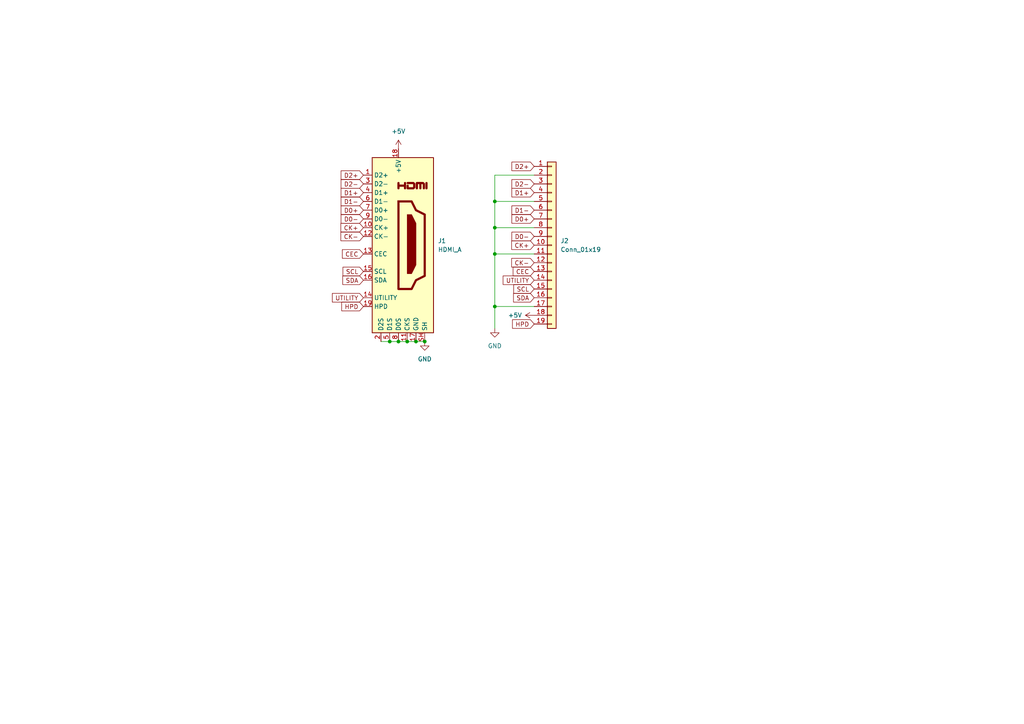
<source format=kicad_sch>
(kicad_sch (version 20211123) (generator eeschema)
  (paper "A4")
  (lib_symbols
    (symbol "Connector:HDMI_A"
      (property "Reference" "J" (at -6.35 26.67 0))
      (property "Value" "HDMI_A" (at 10.16 26.67 0))
      (symbol "HDMI_A_0_0"
        (polyline (pts (xy 8.128 16.51) (xy 8.128 18.034)) (stroke (width 0.635)))
        (polyline (pts (xy 0 16.51) (xy 0 18.034) (xy 0 17.272) (xy 1.905 17.272) (xy 1.905 18.034) (xy 1.905 16.51)) (stroke (width 0.635)))
        (polyline (pts (xy 2.667 18.034) (xy 4.318 18.034) (xy 4.572 17.78) (xy 4.572 16.764) (xy 4.318 16.51) (xy 2.667 16.51) (xy 2.667 17.272)) (stroke (width 0.635)))
      )
      (symbol "HDMI_A_0_1"
        (rectangle (start -7.62 25.4) (end 10.16 -25.4) (stroke (width 0.254)) (fill (type background)))
        (polyline (pts (xy 2.54 8.89) (xy 3.81 8.89) (xy 5.08 6.35) (xy 5.08 -5.715) (xy 3.81 -8.255) (xy 2.54 -8.255) (xy 2.54 8.89)) (fill (type outline)))
        (polyline (pts (xy 5.334 16.51) (xy 5.334 18.034) (xy 6.35 18.034) (xy 6.35 16.51) (xy 6.35 18.034) (xy 7.112 18.034) (xy 7.366 17.78) (xy 7.366 16.51)) (stroke (width 0.635)))
        (polyline (pts (xy 0 12.7) (xy 0 -12.7) (xy 3.81 -12.7) (xy 5.08 -10.16) (xy 7.62 -8.89) (xy 7.62 8.89) (xy 5.08 10.16) (xy 3.81 12.7) (xy 0 12.7)) (stroke (width 0.635)))
      )
      (symbol "HDMI_A_1_1"
        (pin passive line (at -10.16 20.32 0) (length 2.54) (name "D2+") (number "1"))
        (pin passive line (at -10.16 5.08 0) (length 2.54) (name "CK+") (number "10"))
        (pin power_in line (at 2.54 -27.94 90) (length 2.54) (name "CKS") (number "11"))
        (pin passive line (at -10.16 2.54 0) (length 2.54) (name "CK-") (number "12"))
        (pin bidirectional line (at -10.16 -2.54 0) (length 2.54) (name "CEC") (number "13"))
        (pin passive line (at -10.16 -15.24 0) (length 2.54) (name "UTILITY") (number "14"))
        (pin passive line (at -10.16 -7.62 0) (length 2.54) (name "SCL") (number "15"))
        (pin bidirectional line (at -10.16 -10.16 0) (length 2.54) (name "SDA") (number "16"))
        (pin power_in line (at 5.08 -27.94 90) (length 2.54) (name "GND") (number "17"))
        (pin power_in line (at 0 27.94 270) (length 2.54) (name "+5V") (number "18"))
        (pin passive line (at -10.16 -17.78 0) (length 2.54) (name "HPD") (number "19"))
        (pin power_in line (at -5.08 -27.94 90) (length 2.54) (name "D2S") (number "2"))
        (pin passive line (at -10.16 17.78 0) (length 2.54) (name "D2-") (number "3"))
        (pin passive line (at -10.16 15.24 0) (length 2.54) (name "D1+") (number "4"))
        (pin power_in line (at -2.54 -27.94 90) (length 2.54) (name "D1S") (number "5"))
        (pin passive line (at -10.16 12.7 0) (length 2.54) (name "D1-") (number "6"))
        (pin passive line (at -10.16 10.16 0) (length 2.54) (name "D0+") (number "7"))
        (pin power_in line (at 0 -27.94 90) (length 2.54) (name "D0S") (number "8"))
        (pin passive line (at -10.16 7.62 0) (length 2.54) (name "D0-") (number "9"))
        (pin passive line (at 7.62 -27.94 90) (length 2.54) (name "SH") (number "SH"))
      )
    )
    (symbol "Connector_Generic:Conn_01x19" (pin_names (offset 1.016) hide)
      (property "Reference" "J" (at 0 25.4 0))
      (property "Value" "Conn_01x19" (at 0 -25.4 0))
      (symbol "Conn_01x19_1_1"
        (rectangle (start -1.27 -22.733) (end 0 -22.987) (stroke (width 0.1524)))
        (rectangle (start -1.27 -20.193) (end 0 -20.447) (stroke (width 0.1524)))
        (rectangle (start -1.27 -17.653) (end 0 -17.907) (stroke (width 0.1524)))
        (rectangle (start -1.27 -15.113) (end 0 -15.367) (stroke (width 0.1524)))
        (rectangle (start -1.27 -12.573) (end 0 -12.827) (stroke (width 0.1524)))
        (rectangle (start -1.27 -10.033) (end 0 -10.287) (stroke (width 0.1524)))
        (rectangle (start -1.27 -7.493) (end 0 -7.747) (stroke (width 0.1524)))
        (rectangle (start -1.27 -4.953) (end 0 -5.207) (stroke (width 0.1524)))
        (rectangle (start -1.27 -2.413) (end 0 -2.667) (stroke (width 0.1524)))
        (rectangle (start -1.27 0.127) (end 0 -0.127) (stroke (width 0.1524)))
        (rectangle (start -1.27 2.667) (end 0 2.413) (stroke (width 0.1524)))
        (rectangle (start -1.27 5.207) (end 0 4.953) (stroke (width 0.1524)))
        (rectangle (start -1.27 7.747) (end 0 7.493) (stroke (width 0.1524)))
        (rectangle (start -1.27 10.287) (end 0 10.033) (stroke (width 0.1524)))
        (rectangle (start -1.27 12.827) (end 0 12.573) (stroke (width 0.1524)))
        (rectangle (start -1.27 15.367) (end 0 15.113) (stroke (width 0.1524)))
        (rectangle (start -1.27 17.907) (end 0 17.653) (stroke (width 0.1524)))
        (rectangle (start -1.27 20.447) (end 0 20.193) (stroke (width 0.1524)))
        (rectangle (start -1.27 22.987) (end 0 22.733) (stroke (width 0.1524)))
        (rectangle (start -1.27 24.13) (end 1.27 -24.13) (stroke (width 0.254)) (fill (type background)))
        (pin passive line (at -5.08 22.86 0) (length 3.81) (name "Pin_1") (number "1"))
        (pin passive line (at -5.08 0 0) (length 3.81) (name "Pin_10") (number "10"))
        (pin passive line (at -5.08 -2.54 0) (length 3.81) (name "Pin_11") (number "11"))
        (pin passive line (at -5.08 -5.08 0) (length 3.81) (name "Pin_12") (number "12"))
        (pin passive line (at -5.08 -7.62 0) (length 3.81) (name "Pin_13") (number "13"))
        (pin passive line (at -5.08 -10.16 0) (length 3.81) (name "Pin_14") (number "14"))
        (pin passive line (at -5.08 -12.7 0) (length 3.81) (name "Pin_15") (number "15"))
        (pin passive line (at -5.08 -15.24 0) (length 3.81) (name "Pin_16") (number "16"))
        (pin passive line (at -5.08 -17.78 0) (length 3.81) (name "Pin_17") (number "17"))
        (pin passive line (at -5.08 -20.32 0) (length 3.81) (name "Pin_18") (number "18"))
        (pin passive line (at -5.08 -22.86 0) (length 3.81) (name "Pin_19") (number "19"))
        (pin passive line (at -5.08 20.32 0) (length 3.81) (name "Pin_2") (number "2"))
        (pin passive line (at -5.08 17.78 0) (length 3.81) (name "Pin_3") (number "3"))
        (pin passive line (at -5.08 15.24 0) (length 3.81) (name "Pin_4") (number "4"))
        (pin passive line (at -5.08 12.7 0) (length 3.81) (name "Pin_5") (number "5"))
        (pin passive line (at -5.08 10.16 0) (length 3.81) (name "Pin_6") (number "6"))
        (pin passive line (at -5.08 7.62 0) (length 3.81) (name "Pin_7") (number "7"))
        (pin passive line (at -5.08 5.08 0) (length 3.81) (name "Pin_8") (number "8"))
        (pin passive line (at -5.08 2.54 0) (length 3.81) (name "Pin_9") (number "9"))
      )
    )
    (symbol "power:+5V" (power) (pin_names (offset 0))
      (property "Value" "+5V" (at 0 3.556 0))
      (symbol "+5V_0_1"
        (polyline (pts (xy -0.762 1.27) (xy 0 2.54)))
        (polyline (pts (xy 0 0) (xy 0 2.54)))
        (polyline (pts (xy 0 2.54) (xy 0.762 1.27)))
      )
      (symbol "+5V_1_1"
        (pin power_in line (at 0 0 90) (length 0) hide (name "+5V") (number "1"))
      )
    )
    (symbol "power:GND" (power) (pin_names (offset 0))
      (property "Value" "GND" (at 0 -3.81 0))
      (symbol "GND_0_1"
        (polyline (pts (xy 0 0) (xy 0 -1.27) (xy 1.27 -1.27) (xy 0 -2.54) (xy -1.27 -1.27) (xy 0 -1.27)))
      )
      (symbol "GND_1_1"
        (pin power_in line (at 0 0 270) (length 0) hide (name "GND") (number "1"))
      )
    )
  )
  (junction (at 143.51 66.04))
  (junction (at 115.57 99.06))
  (junction (at 113.03 99.06))
  (junction (at 123.19 99.06))
  (junction (at 120.65 99.06))
  (junction (at 143.51 73.66))
  (junction (at 143.51 58.42))
  (junction (at 118.11 99.06))
  (junction (at 143.51 88.9))
  (wire (pts (xy 154.94 66.04) (xy 143.51 66.04)))
  (wire (pts (xy 154.94 88.9) (xy 143.51 88.9)))
  (wire (pts (xy 123.19 99.06) (xy 120.65 99.06)))
  (wire (pts (xy 113.03 99.06) (xy 115.57 99.06)))
  (wire (pts (xy 154.94 73.66) (xy 143.51 73.66)))
  (wire (pts (xy 143.51 66.04) (xy 143.51 73.66)))
  (wire (pts (xy 110.49 99.06) (xy 113.03 99.06)))
  (wire (pts (xy 143.51 88.9) (xy 143.51 95.25)))
  (wire (pts (xy 115.57 99.06) (xy 118.11 99.06)))
  (wire (pts (xy 154.94 50.8) (xy 143.51 50.8)))
  (wire (pts (xy 154.94 58.42) (xy 143.51 58.42)))
  (wire (pts (xy 143.51 73.66) (xy 143.51 88.9)))
  (wire (pts (xy 120.65 99.06) (xy 118.11 99.06)))
  (wire (pts (xy 143.51 58.42) (xy 143.51 66.04)))
  (wire (pts (xy 143.51 50.8) (xy 143.51 58.42)))
  (global_label "D0+" (shape input) (at 105.41 60.96 180) (property "Intersheet References" "${INTERSHEET_REFS}" (effects hide)))
  (global_label "D0-" (shape input) (at 154.94 68.58 180) (property "Intersheet References" "${INTERSHEET_REFS}" (effects hide)))
  (global_label "CK+" (shape input) (at 154.94 71.12 180) (property "Intersheet References" "${INTERSHEET_REFS}" (effects hide)))
  (global_label "D1-" (shape input) (at 105.41 58.42 180) (property "Intersheet References" "${INTERSHEET_REFS}" (effects hide)))
  (global_label "D1+" (shape input) (at 105.41 55.88 180) (property "Intersheet References" "${INTERSHEET_REFS}" (effects hide)))
  (global_label "D1+" (shape input) (at 154.94 55.88 180) (property "Intersheet References" "${INTERSHEET_REFS}" (effects hide)))
  (global_label "SDA" (shape input) (at 154.94 86.36 180) (property "Intersheet References" "${INTERSHEET_REFS}" (effects hide)))
  (global_label "CK-" (shape input) (at 154.94 76.2 180) (property "Intersheet References" "${INTERSHEET_REFS}" (effects hide)))
  (global_label "HPD" (shape input) (at 105.41 88.9 180) (property "Intersheet References" "${INTERSHEET_REFS}" (effects hide)))
  (global_label "D2-" (shape input) (at 105.41 53.34 180) (property "Intersheet References" "${INTERSHEET_REFS}" (effects hide)))
  (global_label "UTILITY" (shape input) (at 105.41 86.36 180) (property "Intersheet References" "${INTERSHEET_REFS}" (effects hide)))
  (global_label "CEC" (shape input) (at 154.94 78.74 180) (property "Intersheet References" "${INTERSHEET_REFS}" (effects hide)))
  (global_label "SCL" (shape input) (at 105.41 78.74 180) (property "Intersheet References" "${INTERSHEET_REFS}" (effects hide)))
  (global_label "D0+" (shape input) (at 154.94 63.5 180) (property "Intersheet References" "${INTERSHEET_REFS}" (effects hide)))
  (global_label "D2+" (shape input) (at 105.41 50.8 180) (property "Intersheet References" "${INTERSHEET_REFS}" (effects hide)))
  (global_label "SDA" (shape input) (at 105.41 81.28 180) (property "Intersheet References" "${INTERSHEET_REFS}" (effects hide)))
  (global_label "D1-" (shape input) (at 154.94 60.96 180) (property "Intersheet References" "${INTERSHEET_REFS}" (effects hide)))
  (global_label "CK-" (shape input) (at 105.41 68.58 180) (property "Intersheet References" "${INTERSHEET_REFS}" (effects hide)))
  (global_label "D2-" (shape input) (at 154.94 53.34 180) (property "Intersheet References" "${INTERSHEET_REFS}" (effects hide)))
  (global_label "SCL" (shape input) (at 154.94 83.82 180) (property "Intersheet References" "${INTERSHEET_REFS}" (effects hide)))
  (global_label "CK+" (shape input) (at 105.41 66.04 180) (property "Intersheet References" "${INTERSHEET_REFS}" (effects hide)))
  (global_label "D2+" (shape input) (at 154.94 48.26 180) (property "Intersheet References" "${INTERSHEET_REFS}" (effects hide)))
  (global_label "HPD" (shape input) (at 154.94 93.98 180) (property "Intersheet References" "${INTERSHEET_REFS}" (effects hide)))
  (global_label "UTILITY" (shape input) (at 154.94 81.28 180) (property "Intersheet References" "${INTERSHEET_REFS}" (effects hide)))
  (global_label "CEC" (shape input) (at 105.41 73.66 180) (property "Intersheet References" "${INTERSHEET_REFS}" (effects hide)))
  (global_label "D0-" (shape input) (at 105.41 63.5 180) (property "Intersheet References" "${INTERSHEET_REFS}" (effects hide)))
  (symbol (lib_id "power:+5V") (at 115.57 43.18 0) (unit 1)
    (property "Reference" "#PWR?" (effects hide))
    (property "Value" "+5V" (at 115.57 38.1 0))
  )
  (symbol (lib_id "power:GND") (at 143.51 95.25 0) (unit 1)
    (property "Reference" "#PWR?" (effects hide))
    (property "Value" "GND" (at 143.51 100.33 0))
  )
  (symbol (lib_id "power:+5V") (at 154.94 91.44 90) (unit 1)
    (property "Reference" "#PWR?" (effects hide))
    (property "Value" "+5V" (at 147.32 91.44 90) (effects (justify right)))
  )
  (symbol (lib_id "Connector:HDMI_A") (at 115.57 71.12 0) (unit 1)
    (property "Reference" "J1" (at 127 69.8499 0) (effects (justify left)))
    (property "Value" "HDMI_A" (at 127 72.3899 0) (effects (justify left)))
    (property "Footprint" "Connector_HDMI:HDMI_A_Amphenol_10029449-x01xLF_Horizontal" (effects hide))
    (property "Datasheet" "https://en.wikipedia.org/wiki/HDMI" (effects hide))
  )
  (symbol (lib_id "power:GND") (at 123.19 99.06 0) (unit 1)
    (property "Reference" "#PWR?" (effects hide))
    (property "Value" "GND" (at 123.19 104.14 0))
  )
  (symbol (lib_id "Connector_Generic:Conn_01x19") (at 160.02 71.12 0) (unit 1)
    (property "Reference" "J2" (at 162.56 69.8499 0) (effects (justify left)))
    (property "Value" "Conn_01x19" (at 162.56 72.3899 0) (effects (justify left)))
    (property "Footprint" "footprints:5051101992" (effects hide))
  )
)
</source>
